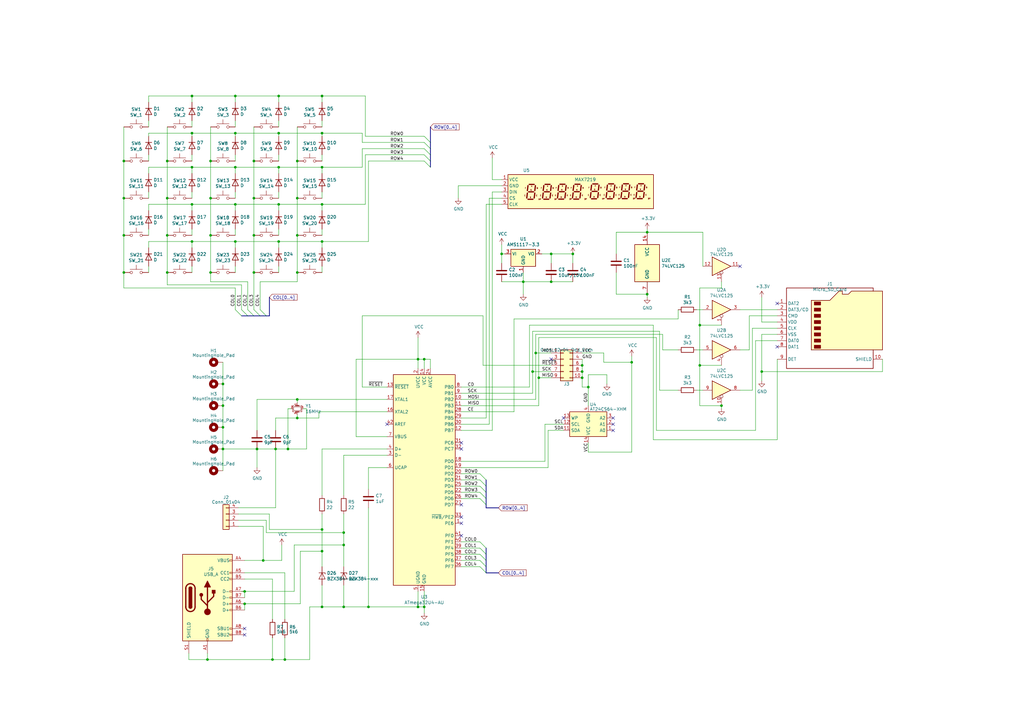
<source format=kicad_sch>
(kicad_sch (version 20230121) (generator eeschema)
  (paper "A3")
  (junction (at 114.3 83.82))
  (junction (at 114.3 39.37))
  (junction (at 50.8 66.04))
  (junction (at 96.52 83.82))
  (junction (at 171.45 147.32))
  (junction (at 86.36 81.28))
  (junction (at 238.76 154.94))
  (junction (at 114.3 54.61))
  (junction (at 50.8 96.52))
  (junction (at 132.08 68.58))
  (junction (at 238.76 152.4))
  (junction (at 173.99 248.92))
  (junction (at 121.92 96.52))
  (junction (at 86.36 111.76))
  (junction (at 132.08 99.06))
  (junction (at 111.76 270.51))
  (junction (at 220.98 154.94))
  (junction (at 105.41 184.15))
  (junction (at 287.02 133.35))
  (junction (at 226.06 115.57))
  (junction (at 104.14 66.04))
  (junction (at 91.44 166.37))
  (junction (at 121.92 163.83))
  (junction (at 173.99 147.32))
  (junction (at 91.44 157.48))
  (junction (at 78.74 68.58))
  (junction (at 121.92 171.45))
  (junction (at 241.3 158.75))
  (junction (at 265.43 120.65))
  (junction (at 78.74 39.37))
  (junction (at 140.97 218.44))
  (junction (at 50.8 111.76))
  (junction (at 259.08 148.59))
  (junction (at 104.14 96.52))
  (junction (at 104.14 81.28))
  (junction (at 140.97 248.92))
  (junction (at 226.06 104.14))
  (junction (at 96.52 99.06))
  (junction (at 116.84 270.51))
  (junction (at 132.08 39.37))
  (junction (at 219.71 144.78))
  (junction (at 50.8 81.28))
  (junction (at 151.13 248.92))
  (junction (at 265.43 95.25))
  (junction (at 132.08 226.06))
  (junction (at 121.92 81.28))
  (junction (at 132.08 83.82))
  (junction (at 85.09 270.51))
  (junction (at 78.74 83.82))
  (junction (at 68.58 81.28))
  (junction (at 100.33 242.57))
  (junction (at 238.76 149.86))
  (junction (at 96.52 68.58))
  (junction (at 107.95 229.87))
  (junction (at 78.74 54.61))
  (junction (at 68.58 96.52))
  (junction (at 113.03 184.15))
  (junction (at 68.58 66.04))
  (junction (at 205.74 104.14))
  (junction (at 104.14 111.76))
  (junction (at 100.33 247.65))
  (junction (at 96.52 54.61))
  (junction (at 86.36 96.52))
  (junction (at 114.3 68.58))
  (junction (at 68.58 111.76))
  (junction (at 312.42 152.4))
  (junction (at 132.08 217.17))
  (junction (at 96.52 39.37))
  (junction (at 121.92 111.76))
  (junction (at 118.11 184.15))
  (junction (at 86.36 66.04))
  (junction (at 114.3 99.06))
  (junction (at 140.97 223.52))
  (junction (at 234.95 104.14))
  (junction (at 132.08 248.92))
  (junction (at 287.02 149.86))
  (junction (at 121.92 66.04))
  (junction (at 295.91 166.37))
  (junction (at 78.74 99.06))
  (junction (at 91.44 175.26))
  (junction (at 171.45 248.92))
  (junction (at 218.44 152.4))
  (junction (at 214.63 115.57))
  (junction (at 91.44 184.15))
  (junction (at 132.08 54.61))
  (no_connect (at 303.53 109.22))
  (no_connect (at 251.46 176.53))
  (no_connect (at 251.46 171.45))
  (no_connect (at 318.77 124.46))
  (no_connect (at 189.23 214.63))
  (no_connect (at 251.46 173.99))
  (no_connect (at 100.33 260.35))
  (no_connect (at 158.75 173.99))
  (no_connect (at 100.33 257.81))
  (no_connect (at 226.06 147.32))
  (no_connect (at 189.23 207.01))
  (no_connect (at 318.77 142.24))
  (no_connect (at 231.14 171.45))
  (no_connect (at 189.23 212.09))
  (no_connect (at 189.23 219.71))
  (no_connect (at 189.23 181.61))
  (no_connect (at 189.23 184.15))
  (bus_entry (at 99.06 127) (size 2.54 2.54))
  (bus_entry (at 104.14 127) (size 2.54 2.54))
  (bus_entry (at 173.99 55.88) (size 2.54 2.54))
  (bus_entry (at 173.99 60.96) (size 2.54 2.54))
  (bus_entry (at 196.85 229.87) (size 2.54 2.54))
  (bus_entry (at 106.68 127) (size 2.54 2.54))
  (bus_entry (at 196.85 199.39) (size 2.54 2.54))
  (bus_entry (at 196.85 224.79) (size 2.54 2.54))
  (bus_entry (at 196.85 196.85) (size 2.54 2.54))
  (bus_entry (at 196.85 222.25) (size 2.54 2.54))
  (bus_entry (at 173.99 58.42) (size 2.54 2.54))
  (bus_entry (at 173.99 63.5) (size 2.54 2.54))
  (bus_entry (at 196.85 227.33) (size 2.54 2.54))
  (bus_entry (at 196.85 232.41) (size 2.54 2.54))
  (bus_entry (at 196.85 201.93) (size 2.54 2.54))
  (bus_entry (at 101.6 127) (size 2.54 2.54))
  (bus_entry (at 196.85 194.31) (size 2.54 2.54))
  (bus_entry (at 96.52 127) (size 2.54 2.54))
  (bus_entry (at 173.99 66.04) (size 2.54 2.54))
  (bus_entry (at 196.85 204.47) (size 2.54 2.54))
  (wire (pts (xy 123.19 247.65) (xy 100.33 247.65)))
  (wire (pts (xy 247.65 144.78) (xy 238.76 144.78)))
  (wire (pts (xy 171.45 147.32) (xy 171.45 151.13)))
  (wire (pts (xy 219.71 137.16) (xy 271.78 137.16)))
  (wire (pts (xy 241.3 153.67) (xy 241.3 158.75)))
  (wire (pts (xy 214.63 115.57) (xy 226.06 115.57)))
  (wire (pts (xy 114.3 111.76) (xy 114.3 109.22)))
  (wire (pts (xy 114.3 96.52) (xy 114.3 93.98)))
  (bus (pts (xy 104.14 129.54) (xy 106.68 129.54)))
  (wire (pts (xy 173.99 242.57) (xy 173.99 248.92)))
  (wire (pts (xy 99.06 242.57) (xy 100.33 242.57)))
  (wire (pts (xy 116.84 270.51) (xy 127 270.51)))
  (wire (pts (xy 104.14 81.28) (xy 104.14 96.52)))
  (wire (pts (xy 114.3 39.37) (xy 132.08 39.37)))
  (wire (pts (xy 109.22 213.36) (xy 109.22 218.44)))
  (wire (pts (xy 189.23 163.83) (xy 219.71 163.83)))
  (wire (pts (xy 105.41 163.83) (xy 105.41 176.53)))
  (bus (pts (xy 101.6 129.54) (xy 104.14 129.54)))
  (wire (pts (xy 308.61 134.62) (xy 318.77 134.62)))
  (wire (pts (xy 140.97 218.44) (xy 140.97 210.82)))
  (wire (pts (xy 238.76 154.94) (xy 238.76 158.75)))
  (wire (pts (xy 114.3 101.6) (xy 114.3 99.06)))
  (wire (pts (xy 287.02 166.37) (xy 287.02 149.86)))
  (wire (pts (xy 78.74 99.06) (xy 78.74 101.6)))
  (wire (pts (xy 189.23 191.77) (xy 224.79 191.77)))
  (bus (pts (xy 199.39 199.39) (xy 199.39 201.93)))
  (wire (pts (xy 201.93 176.53) (xy 189.23 176.53)))
  (wire (pts (xy 189.23 196.85) (xy 196.85 196.85)))
  (wire (pts (xy 78.74 68.58) (xy 96.52 68.58)))
  (wire (pts (xy 96.52 41.91) (xy 96.52 39.37)))
  (wire (pts (xy 132.08 66.04) (xy 132.08 63.5)))
  (wire (pts (xy 132.08 68.58) (xy 148.59 68.58)))
  (wire (pts (xy 308.61 160.02) (xy 308.61 134.62)))
  (wire (pts (xy 114.3 55.88) (xy 114.3 54.61)))
  (wire (pts (xy 140.97 248.92) (xy 151.13 248.92)))
  (wire (pts (xy 312.42 152.4) (xy 312.42 156.21)))
  (wire (pts (xy 252.73 104.14) (xy 252.73 95.25)))
  (wire (pts (xy 50.8 111.76) (xy 50.8 118.11)))
  (wire (pts (xy 218.44 135.89) (xy 270.51 135.89)))
  (wire (pts (xy 149.86 55.88) (xy 173.99 55.88)))
  (wire (pts (xy 140.97 186.69) (xy 140.97 203.2)))
  (wire (pts (xy 132.08 71.12) (xy 132.08 68.58)))
  (wire (pts (xy 60.96 78.74) (xy 60.96 81.28)))
  (wire (pts (xy 267.97 133.35) (xy 217.17 133.35)))
  (wire (pts (xy 50.8 96.52) (xy 50.8 111.76)))
  (wire (pts (xy 269.24 176.53) (xy 269.24 138.43)))
  (wire (pts (xy 114.3 86.36) (xy 114.3 83.82)))
  (wire (pts (xy 252.73 95.25) (xy 265.43 95.25)))
  (wire (pts (xy 60.96 68.58) (xy 78.74 68.58)))
  (wire (pts (xy 269.24 176.53) (xy 309.88 176.53)))
  (wire (pts (xy 132.08 86.36) (xy 132.08 83.82)))
  (wire (pts (xy 223.52 173.99) (xy 231.14 173.99)))
  (wire (pts (xy 201.93 78.74) (xy 201.93 176.53)))
  (wire (pts (xy 123.19 226.06) (xy 123.19 247.65)))
  (wire (pts (xy 140.97 223.52) (xy 140.97 218.44)))
  (wire (pts (xy 295.91 166.37) (xy 287.02 166.37)))
  (wire (pts (xy 114.3 68.58) (xy 132.08 68.58)))
  (wire (pts (xy 171.45 242.57) (xy 171.45 248.92)))
  (bus (pts (xy 199.39 204.47) (xy 199.39 207.01)))
  (wire (pts (xy 96.52 86.36) (xy 96.52 83.82)))
  (wire (pts (xy 220.98 138.43) (xy 220.98 154.94)))
  (wire (pts (xy 205.74 104.14) (xy 205.74 100.33)))
  (wire (pts (xy 158.75 184.15) (xy 132.08 184.15)))
  (wire (pts (xy 120.65 223.52) (xy 120.65 242.57)))
  (wire (pts (xy 200.66 173.99) (xy 189.23 173.99)))
  (wire (pts (xy 173.99 151.13) (xy 173.99 147.32)))
  (wire (pts (xy 224.79 176.53) (xy 224.79 191.77)))
  (wire (pts (xy 303.53 160.02) (xy 308.61 160.02)))
  (wire (pts (xy 265.43 95.25) (xy 265.43 93.98)))
  (wire (pts (xy 101.6 115.57) (xy 101.6 127)))
  (wire (pts (xy 132.08 240.03) (xy 132.08 248.92)))
  (wire (pts (xy 91.44 184.15) (xy 91.44 193.04)))
  (wire (pts (xy 295.91 115.57) (xy 295.91 118.11)))
  (wire (pts (xy 267.97 180.34) (xy 267.97 133.35)))
  (wire (pts (xy 214.63 111.76) (xy 214.63 115.57)))
  (wire (pts (xy 60.96 96.52) (xy 60.96 93.98)))
  (wire (pts (xy 85.09 270.51) (xy 77.47 270.51)))
  (wire (pts (xy 132.08 111.76) (xy 132.08 109.22)))
  (wire (pts (xy 85.09 270.51) (xy 111.76 270.51)))
  (wire (pts (xy 220.98 154.94) (xy 220.98 166.37)))
  (wire (pts (xy 132.08 39.37) (xy 149.86 39.37)))
  (wire (pts (xy 50.8 118.11) (xy 96.52 118.11)))
  (wire (pts (xy 96.52 99.06) (xy 78.74 99.06)))
  (wire (pts (xy 200.66 81.28) (xy 200.66 173.99)))
  (wire (pts (xy 132.08 248.92) (xy 140.97 248.92)))
  (wire (pts (xy 217.17 158.75) (xy 189.23 158.75)))
  (wire (pts (xy 121.92 111.76) (xy 121.92 115.57)))
  (wire (pts (xy 307.34 129.54) (xy 318.77 129.54)))
  (wire (pts (xy 309.88 139.7) (xy 318.77 139.7)))
  (wire (pts (xy 220.98 154.94) (xy 226.06 154.94)))
  (wire (pts (xy 287.02 149.86) (xy 287.02 133.35)))
  (wire (pts (xy 60.96 41.91) (xy 60.96 39.37)))
  (wire (pts (xy 241.3 181.61) (xy 241.3 185.42)))
  (wire (pts (xy 91.44 166.37) (xy 91.44 175.26)))
  (wire (pts (xy 86.36 111.76) (xy 86.36 115.57)))
  (wire (pts (xy 198.12 149.86) (xy 198.12 129.54)))
  (wire (pts (xy 130.81 168.91) (xy 158.75 168.91)))
  (wire (pts (xy 60.96 111.76) (xy 60.96 109.22)))
  (wire (pts (xy 132.08 101.6) (xy 132.08 99.06)))
  (wire (pts (xy 78.74 41.91) (xy 78.74 39.37)))
  (wire (pts (xy 68.58 81.28) (xy 68.58 96.52)))
  (wire (pts (xy 148.59 158.75) (xy 158.75 158.75)))
  (wire (pts (xy 287.02 133.35) (xy 295.91 133.35)))
  (wire (pts (xy 114.3 54.61) (xy 132.08 54.61)))
  (wire (pts (xy 148.59 68.58) (xy 148.59 60.96)))
  (wire (pts (xy 187.96 76.2) (xy 187.96 81.28)))
  (wire (pts (xy 60.96 66.04) (xy 60.96 63.5)))
  (bus (pts (xy 199.39 232.41) (xy 199.39 234.95)))
  (wire (pts (xy 97.79 210.82) (xy 110.49 210.82)))
  (wire (pts (xy 104.14 111.76) (xy 104.14 127)))
  (wire (pts (xy 287.02 149.86) (xy 295.91 149.86)))
  (bus (pts (xy 110.49 121.92) (xy 110.49 129.54)))
  (wire (pts (xy 219.71 144.78) (xy 226.06 144.78)))
  (wire (pts (xy 171.45 248.92) (xy 173.99 248.92)))
  (wire (pts (xy 85.09 270.51) (xy 85.09 267.97)))
  (wire (pts (xy 116.84 234.95) (xy 116.84 254)))
  (wire (pts (xy 113.03 171.45) (xy 121.92 171.45)))
  (wire (pts (xy 173.99 147.32) (xy 171.45 147.32)))
  (wire (pts (xy 109.22 218.44) (xy 140.97 218.44)))
  (wire (pts (xy 96.52 55.88) (xy 96.52 54.61)))
  (wire (pts (xy 114.3 81.28) (xy 114.3 78.74)))
  (wire (pts (xy 148.59 58.42) (xy 173.99 58.42)))
  (wire (pts (xy 189.23 161.29) (xy 218.44 161.29)))
  (wire (pts (xy 132.08 52.07) (xy 132.08 49.53)))
  (wire (pts (xy 96.52 54.61) (xy 114.3 54.61)))
  (wire (pts (xy 148.59 60.96) (xy 173.99 60.96)))
  (wire (pts (xy 107.95 215.9) (xy 97.79 215.9)))
  (wire (pts (xy 113.03 171.45) (xy 113.03 176.53)))
  (wire (pts (xy 78.74 111.76) (xy 78.74 109.22)))
  (bus (pts (xy 199.39 234.95) (xy 204.47 234.95)))
  (wire (pts (xy 86.36 115.57) (xy 101.6 115.57)))
  (wire (pts (xy 189.23 227.33) (xy 196.85 227.33)))
  (wire (pts (xy 259.08 148.59) (xy 247.65 148.59)))
  (wire (pts (xy 114.3 41.91) (xy 114.3 39.37)))
  (wire (pts (xy 120.65 223.52) (xy 140.97 223.52)))
  (wire (pts (xy 121.92 115.57) (xy 106.68 115.57)))
  (wire (pts (xy 96.52 118.11) (xy 96.52 127)))
  (wire (pts (xy 278.13 160.02) (xy 270.51 160.02)))
  (wire (pts (xy 132.08 226.06) (xy 123.19 226.06)))
  (wire (pts (xy 146.05 147.32) (xy 171.45 147.32)))
  (bus (pts (xy 199.39 224.79) (xy 199.39 227.33)))
  (wire (pts (xy 77.47 270.51) (xy 77.47 267.97)))
  (wire (pts (xy 241.3 185.42) (xy 259.08 185.42)))
  (wire (pts (xy 158.75 179.07) (xy 146.05 179.07)))
  (wire (pts (xy 113.03 208.28) (xy 113.03 184.15)))
  (wire (pts (xy 100.33 237.49) (xy 111.76 237.49)))
  (wire (pts (xy 96.52 111.76) (xy 96.52 109.22)))
  (wire (pts (xy 132.08 184.15) (xy 132.08 203.2)))
  (wire (pts (xy 278.13 127) (xy 278.13 130.81)))
  (wire (pts (xy 205.74 73.66) (xy 201.93 73.66)))
  (wire (pts (xy 68.58 96.52) (xy 68.58 111.76)))
  (wire (pts (xy 78.74 71.12) (xy 78.74 68.58)))
  (wire (pts (xy 146.05 179.07) (xy 146.05 147.32)))
  (wire (pts (xy 189.23 189.23) (xy 223.52 189.23)))
  (wire (pts (xy 361.95 147.32) (xy 361.95 152.4)))
  (wire (pts (xy 265.43 95.25) (xy 288.29 95.25)))
  (wire (pts (xy 60.96 55.88) (xy 60.96 54.61)))
  (wire (pts (xy 205.74 81.28) (xy 200.66 81.28)))
  (bus (pts (xy 99.06 129.54) (xy 101.6 129.54)))
  (wire (pts (xy 285.75 127) (xy 288.29 127)))
  (bus (pts (xy 199.39 229.87) (xy 199.39 232.41)))
  (wire (pts (xy 127 248.92) (xy 127 270.51)))
  (bus (pts (xy 199.39 201.93) (xy 199.39 204.47)))
  (wire (pts (xy 104.14 96.52) (xy 104.14 111.76)))
  (wire (pts (xy 91.44 148.59) (xy 91.44 157.48)))
  (wire (pts (xy 226.06 104.14) (xy 226.06 107.95)))
  (wire (pts (xy 96.52 39.37) (xy 114.3 39.37)))
  (wire (pts (xy 105.41 184.15) (xy 105.41 191.77)))
  (wire (pts (xy 68.58 66.04) (xy 68.58 81.28)))
  (wire (pts (xy 107.95 229.87) (xy 107.95 215.9)))
  (wire (pts (xy 176.53 151.13) (xy 176.53 147.32)))
  (wire (pts (xy 96.52 83.82) (xy 114.3 83.82)))
  (wire (pts (xy 50.8 81.28) (xy 50.8 96.52)))
  (wire (pts (xy 50.8 66.04) (xy 50.8 81.28)))
  (wire (pts (xy 60.96 86.36) (xy 60.96 83.82)))
  (wire (pts (xy 86.36 52.07) (xy 86.36 66.04)))
  (bus (pts (xy 199.39 196.85) (xy 199.39 199.39)))
  (wire (pts (xy 86.36 81.28) (xy 86.36 96.52)))
  (wire (pts (xy 214.63 115.57) (xy 214.63 120.65)))
  (wire (pts (xy 121.92 163.83) (xy 121.92 165.1)))
  (wire (pts (xy 132.08 55.88) (xy 132.08 54.61)))
  (wire (pts (xy 111.76 270.51) (xy 116.84 270.51)))
  (wire (pts (xy 121.92 81.28) (xy 121.92 96.52)))
  (wire (pts (xy 132.08 83.82) (xy 149.86 83.82)))
  (wire (pts (xy 110.49 217.17) (xy 132.08 217.17)))
  (wire (pts (xy 259.08 185.42) (xy 259.08 148.59)))
  (wire (pts (xy 303.53 143.51) (xy 307.34 143.51)))
  (wire (pts (xy 318.77 137.16) (xy 312.42 137.16)))
  (wire (pts (xy 114.3 83.82) (xy 132.08 83.82)))
  (wire (pts (xy 189.23 232.41) (xy 196.85 232.41)))
  (wire (pts (xy 105.41 184.15) (xy 113.03 184.15)))
  (wire (pts (xy 114.3 52.07) (xy 114.3 49.53)))
  (wire (pts (xy 104.14 66.04) (xy 104.14 81.28)))
  (wire (pts (xy 312.42 132.08) (xy 312.42 121.92)))
  (wire (pts (xy 110.49 210.82) (xy 110.49 217.17)))
  (bus (pts (xy 199.39 227.33) (xy 199.39 229.87)))
  (wire (pts (xy 132.08 232.41) (xy 132.08 226.06)))
  (wire (pts (xy 132.08 96.52) (xy 132.08 93.98)))
  (wire (pts (xy 189.23 204.47) (xy 196.85 204.47)))
  (wire (pts (xy 189.23 168.91) (xy 210.82 168.91)))
  (wire (pts (xy 199.39 83.82) (xy 199.39 171.45)))
  (wire (pts (xy 78.74 96.52) (xy 78.74 93.98)))
  (wire (pts (xy 100.33 229.87) (xy 107.95 229.87)))
  (wire (pts (xy 307.34 143.51) (xy 307.34 129.54)))
  (wire (pts (xy 252.73 111.76) (xy 252.73 120.65)))
  (wire (pts (xy 158.75 186.69) (xy 140.97 186.69)))
  (wire (pts (xy 158.75 191.77) (xy 151.13 191.77)))
  (wire (pts (xy 78.74 54.61) (xy 96.52 54.61)))
  (wire (pts (xy 100.33 234.95) (xy 116.84 234.95)))
  (wire (pts (xy 210.82 130.81) (xy 210.82 168.91)))
  (wire (pts (xy 96.52 71.12) (xy 96.52 68.58)))
  (wire (pts (xy 60.96 99.06) (xy 60.96 101.6)))
  (wire (pts (xy 114.3 71.12) (xy 114.3 68.58)))
  (wire (pts (xy 218.44 152.4) (xy 218.44 161.29)))
  (wire (pts (xy 149.86 39.37) (xy 149.86 55.88)))
  (wire (pts (xy 205.74 78.74) (xy 201.93 78.74)))
  (wire (pts (xy 104.14 52.07) (xy 104.14 66.04)))
  (wire (pts (xy 140.97 240.03) (xy 140.97 248.92)))
  (wire (pts (xy 105.41 163.83) (xy 121.92 163.83)))
  (wire (pts (xy 68.58 52.07) (xy 68.58 66.04)))
  (wire (pts (xy 217.17 133.35) (xy 217.17 158.75)))
  (wire (pts (xy 114.3 99.06) (xy 132.08 99.06)))
  (wire (pts (xy 132.08 39.37) (xy 132.08 41.91)))
  (wire (pts (xy 132.08 81.28) (xy 132.08 78.74)))
  (wire (pts (xy 86.36 66.04) (xy 86.36 81.28)))
  (wire (pts (xy 312.42 137.16) (xy 312.42 152.4)))
  (wire (pts (xy 223.52 189.23) (xy 223.52 173.99)))
  (wire (pts (xy 219.71 137.16) (xy 219.71 144.78)))
  (wire (pts (xy 226.06 149.86) (xy 198.12 149.86)))
  (wire (pts (xy 189.23 166.37) (xy 220.98 166.37)))
  (wire (pts (xy 96.52 52.07) (xy 96.52 49.53)))
  (wire (pts (xy 60.96 54.61) (xy 78.74 54.61)))
  (wire (pts (xy 107.95 229.87) (xy 115.57 229.87)))
  (wire (pts (xy 247.65 148.59) (xy 247.65 144.78)))
  (bus (pts (xy 176.53 66.04) (xy 176.53 68.58)))
  (wire (pts (xy 132.08 210.82) (xy 132.08 217.17)))
  (bus (pts (xy 176.53 63.5) (xy 176.53 66.04)))
  (wire (pts (xy 151.13 208.28) (xy 151.13 248.92)))
  (wire (pts (xy 96.52 96.52) (xy 96.52 93.98)))
  (wire (pts (xy 130.81 168.91) (xy 130.81 171.45)))
  (wire (pts (xy 78.74 86.36) (xy 78.74 83.82)))
  (wire (pts (xy 78.74 81.28) (xy 78.74 78.74)))
  (wire (pts (xy 222.25 104.14) (xy 226.06 104.14)))
  (wire (pts (xy 111.76 237.49) (xy 111.76 254)))
  (wire (pts (xy 125.73 167.64) (xy 124.46 167.64)))
  (wire (pts (xy 96.52 99.06) (xy 96.52 101.6)))
  (wire (pts (xy 97.79 213.36) (xy 109.22 213.36)))
  (wire (pts (xy 226.06 115.57) (xy 234.95 115.57)))
  (wire (pts (xy 115.57 229.87) (xy 115.57 223.52)))
  (wire (pts (xy 96.52 81.28) (xy 96.52 78.74)))
  (wire (pts (xy 132.08 54.61) (xy 148.59 54.61)))
  (wire (pts (xy 148.59 54.61) (xy 148.59 58.42)))
  (wire (pts (xy 309.88 176.53) (xy 309.88 139.7)))
  (wire (pts (xy 271.78 143.51) (xy 278.13 143.51)))
  (wire (pts (xy 220.98 138.43) (xy 269.24 138.43)))
  (wire (pts (xy 149.86 63.5) (xy 173.99 63.5)))
  (wire (pts (xy 149.86 83.82) (xy 149.86 63.5)))
  (wire (pts (xy 238.76 149.86) (xy 238.76 152.4)))
  (wire (pts (xy 189.23 199.39) (xy 196.85 199.39)))
  (wire (pts (xy 132.08 99.06) (xy 151.13 99.06)))
  (wire (pts (xy 219.71 144.78) (xy 219.71 163.83)))
  (wire (pts (xy 318.77 180.34) (xy 267.97 180.34)))
  (bus (pts (xy 176.53 52.07) (xy 176.53 58.42)))
  (wire (pts (xy 50.8 52.07) (xy 50.8 66.04)))
  (wire (pts (xy 207.01 104.14) (xy 205.74 104.14)))
  (wire (pts (xy 127 248.92) (xy 132.08 248.92)))
  (wire (pts (xy 121.92 163.83) (xy 158.75 163.83)))
  (wire (pts (xy 100.33 242.57) (xy 100.33 245.11)))
  (bus (pts (xy 106.68 129.54) (xy 109.22 129.54)))
  (wire (pts (xy 234.95 104.14) (xy 234.95 107.95)))
  (wire (pts (xy 60.96 68.58) (xy 60.96 71.12)))
  (wire (pts (xy 151.13 99.06) (xy 151.13 66.04)))
  (wire (pts (xy 318.77 147.32) (xy 318.77 180.34)))
  (wire (pts (xy 318.77 132.08) (xy 312.42 132.08)))
  (wire (pts (xy 140.97 223.52) (xy 140.97 232.41)))
  (bus (pts (xy 176.53 58.42) (xy 176.53 60.96)))
  (wire (pts (xy 265.43 120.65) (xy 265.43 121.92)))
  (wire (pts (xy 189.23 194.31) (xy 196.85 194.31)))
  (bus (pts (xy 109.22 129.54) (xy 110.49 129.54)))
  (wire (pts (xy 118.11 167.64) (xy 118.11 184.15)))
  (wire (pts (xy 100.33 242.57) (xy 120.65 242.57)))
  (wire (pts (xy 288.29 160.02) (xy 285.75 160.02)))
  (wire (pts (xy 125.73 167.64) (xy 125.73 184.15)))
  (wire (pts (xy 68.58 116.84) (xy 99.06 116.84)))
  (wire (pts (xy 114.3 99.06) (xy 96.52 99.06)))
  (bus (pts (xy 176.53 60.96) (xy 176.53 63.5)))
  (wire (pts (xy 78.74 39.37) (xy 96.52 39.37)))
  (wire (pts (xy 60.96 83.82) (xy 78.74 83.82)))
  (wire (pts (xy 270.51 160.02) (xy 270.51 135.89)))
  (wire (pts (xy 130.81 171.45) (xy 121.92 171.45)))
  (wire (pts (xy 121.92 52.07) (xy 121.92 66.04)))
  (wire (pts (xy 361.95 152.4) (xy 312.42 152.4)))
  (wire (pts (xy 295.91 118.11) (xy 287.02 118.11)))
  (wire (pts (xy 121.92 170.18) (xy 121.92 171.45)))
  (wire (pts (xy 238.76 147.32) (xy 238.76 149.86)))
  (wire (pts (xy 148.59 129.54) (xy 198.12 129.54)))
  (wire (pts (xy 99.06 116.84) (xy 99.06 127)))
  (bus (pts (xy 199.39 207.01) (xy 199.39 208.28)))
  (wire (pts (xy 248.92 153.67) (xy 248.92 157.48)))
  (wire (pts (xy 91.44 175.26) (xy 91.44 184.15)))
  (wire (pts (xy 78.74 83.82) (xy 96.52 83.82)))
  (wire (pts (xy 288.29 109.22) (xy 288.29 95.25)))
  (wire (pts (xy 287.02 118.11) (xy 287.02 133.35)))
  (wire (pts (xy 173.99 248.92) (xy 173.99 251.46)))
  (wire (pts (xy 114.3 66.04) (xy 114.3 63.5)))
  (wire (pts (xy 121.92 66.04) (xy 121.92 81.28)))
  (wire (pts (xy 199.39 171.45) (xy 189.23 171.45)))
  (wire (pts (xy 238.76 158.75) (xy 241.3 158.75)))
  (wire (pts (xy 189.23 222.25) (xy 196.85 222.25)))
  (wire (pts (xy 201.93 64.77) (xy 201.93 73.66)))
  (wire (pts (xy 86.36 96.52) (xy 86.36 111.76)))
  (wire (pts (xy 238.76 152.4) (xy 238.76 154.94)))
  (wire (pts (xy 96.52 66.04) (xy 96.52 63.5)))
  (wire (pts (xy 118.11 184.15) (xy 113.03 184.15)))
  (wire (pts (xy 226.06 104.14) (xy 234.95 104.14)))
  (wire (pts (xy 295.91 166.37) (xy 295.91 167.64)))
  (wire (pts (xy 125.73 184.15) (xy 118.11 184.15)))
  (wire (pts (xy 119.38 167.64) (xy 118.11 167.64)))
  (wire (pts (xy 151.13 191.77) (xy 151.13 200.66)))
  (wire (pts (xy 252.73 120.65) (xy 265.43 120.65)))
  (wire (pts (xy 224.79 176.53) (xy 231.14 176.53)))
  (wire (pts (xy 205.74 76.2) (xy 187.96 76.2)))
  (wire (pts (xy 176.53 147.32) (xy 173.99 147.32)))
  (wire (pts (xy 100.33 247.65) (xy 100.33 250.19)))
  (wire (pts (xy 205.74 104.14) (xy 205.74 107.95)))
  (wire (pts (xy 111.76 261.62) (xy 111.76 270.51)))
  (wire (pts (xy 151.13 248.92) (xy 171.45 248.92)))
  (wire (pts (xy 241.3 153.67) (xy 248.92 153.67)))
  (wire (pts (xy 78.74 55.88) (xy 78.74 54.61)))
  (wire (pts (xy 78.74 52.07) (xy 78.74 49.53)))
  (wire (pts (xy 121.92 96.52) (xy 121.92 111.76)))
  (wire (pts (xy 189.23 224.79) (xy 196.85 224.79)))
  (wire (pts (xy 218.44 152.4) (xy 226.06 152.4)))
  (wire (pts (xy 218.44 135.89) (xy 218.44 152.4)))
  (wire (pts (xy 151.13 66.04) (xy 173.99 66.04)))
  (wire (pts (xy 278.13 130.81) (xy 210.82 130.81)))
  (wire (pts (xy 106.68 115.57) (xy 106.68 127)))
  (wire (pts (xy 91.44 157.48) (xy 91.44 166.37)))
  (wire (pts (xy 241.3 158.75) (xy 241.3 166.37)))
  (wire (pts (xy 96.52 68.58) (xy 114.3 68.58)))
  (wire (pts (xy 189.23 229.87) (xy 196.85 229.87)))
  (wire (pts (xy 171.45 138.43) (xy 171.45 147.32)))
  (wire (pts (xy 91.44 184.15) (xy 105.41 184.15)))
  (wire (pts (xy 303.53 127) (xy 318.77 127)))
  (wire (pts (xy 60.96 52.07) (xy 60.96 49.53)))
  (wire (pts (xy 97.79 208.28) (xy 113.03 208.28)))
  (wire (pts (xy 259.08 148.59) (xy 259.08 146.05)))
  (wire (pts (xy 132.08 217.17) (xy 132.08 226.06)))
  (wire (pts (xy 205.74 83.82) (xy 199.39 83.82)))
  (wire (pts (xy 68.58 111.76) (xy 68.58 116.84)))
  (wire (pts (xy 271.78 137.16) (xy 271.78 143.51)))
  (bus (pts (xy 199.39 208.28) (xy 204.47 208.28)))
  (wire (pts (xy 148.59 158.75) (xy 148.59 129.54)))
  (wire (pts (xy 205.74 115.57) (xy 214.63 115.57)))
  (wire (pts (xy 189.23 201.93) (xy 196.85 201.93)))
  (wire (pts (xy 78.74 66.04) (xy 78.74 63.5)))
  (wire (pts (xy 60.96 39.37) (xy 78.74 39.37)))
  (wire (pts (xy 116.84 261.62) (xy 116.84 270.51)))
  (wire (pts (xy 78.74 99.06) (xy 60.96 99.06)))
  (wire (pts (xy 285.75 143.51) (xy 288.29 143.51)))
  (label "MOSI" (at 191.77 163.83 0))
  (label "COL4" (at 190.5 232.41 0))
  (label "~{RESET}" (at 151.13 158.75 0))
  (label "COL1" (at 99.06 125.73 90))
  (label "CD" (at 191.77 158.75 0))
  (label "VCC" (at 241.3 185.42 90))
  (label "SCL" (at 227.33 173.99 0))
  (label "VCC" (at 238.76 144.78 0))
  (label "SDA" (at 227.33 176.53 0))
  (label "ROW3" (at 190.5 201.93 0))
  (label "ROW1" (at 160.02 58.42 0))
  (label "GND" (at 238.76 147.32 0))
  (label "COL4" (at 106.68 125.73 90))
  (label "COL0" (at 190.5 222.25 0))
  (label "COL1" (at 190.5 224.79 0))
  (label "ROW2" (at 160.02 60.96 0))
  (label "MISO" (at 191.77 166.37 0))
  (label "COL2" (at 101.6 125.73 90))
  (label "ROW3" (at 160.02 63.5 0))
  (label "COL3" (at 104.14 125.73 90))
  (label "COL3" (at 190.5 229.87 0))
  (label "ROW0" (at 190.5 194.31 0))
  (label "MOSI" (at 222.25 144.78 0))
  (label "GND" (at 241.3 165.1 90))
  (label "ROW2" (at 190.5 199.39 0))
  (label "ROW1" (at 190.5 196.85 0))
  (label "COL0" (at 96.52 125.73 90))
  (label "SCK" (at 222.25 152.4 0))
  (label "ROW0" (at 160.02 55.88 0))
  (label "~{RESET}" (at 222.25 149.86 0))
  (label "COL2" (at 190.5 227.33 0))
  (label "SCK" (at 191.77 161.29 0))
  (label "CE" (at 191.77 168.91 0))
  (label "MISO" (at 222.25 154.94 0))
  (label "ROW4" (at 190.5 204.47 0))
  (label "ROW4" (at 160.02 66.04 0))
  (global_label "ROW[0..4]" (shape input) (at 176.53 52.07 0) (property "Intersheetrefs" "${INTERSHEET_REFS}" (effects hide)))
  (global_label "COL[0..4]" (shape input) (at 204.47 234.95 0) (property "Intersheetrefs" "${INTERSHEET_REFS}" (effects hide)))
  (global_label "COL[0..4]" (shape input) (at 110.49 121.92 0) (property "Intersheetrefs" "${INTERSHEET_REFS}" (effects hide)))
  (global_label "ROW[0..4]" (shape input) (at 204.47 208.28 0) (property "Intersheetrefs" "${INTERSHEET_REFS}" (effects hide)))
  (symbol (lib_id "Switch:SW_Push") (at 73.66 52.07 0) (unit 1)
    (property "Reference" "SW2" (at 73.66 44.831 0))
    (property "Value" "SW_2" (at 73.66 47.1424 0))
    (property "Footprint" "keyswitches:Kailh_socket_MX_optional_compatible" (effects hide))
  )
  (symbol (lib_id "Switch:SW_Push") (at 91.44 52.07 0) (unit 1)
    (property "Reference" "SW3" (at 91.44 44.831 0))
    (property "Value" "SW_3" (at 91.44 47.1424 0))
    (property "Footprint" "keyswitches:Kailh_socket_MX_optional_compatible" (effects hide))
  )
  (symbol (lib_id "Switch:SW_Push") (at 109.22 52.07 0) (unit 1)
    (property "Reference" "SW4" (at 109.22 44.831 0))
    (property "Value" "SW_4" (at 109.22 47.1424 0))
    (property "Footprint" "keyswitches:Kailh_socket_MX_optional_compatible" (effects hide))
  )
  (symbol (lib_id "Switch:SW_Push") (at 73.66 66.04 0) (unit 1)
    (property "Reference" "SW7" (at 73.66 58.801 0))
    (property "Value" "SW_7" (at 73.66 61.1124 0))
    (property "Footprint" "keyswitches:Kailh_socket_MX_optional_compatible" (effects hide))
  )
  (symbol (lib_id "Switch:SW_Push") (at 91.44 66.04 0) (unit 1)
    (property "Reference" "SW8" (at 91.44 58.801 0))
    (property "Value" "SW_8" (at 91.44 61.1124 0))
    (property "Footprint" "keyswitches:Kailh_socket_MX_optional_compatible" (effects hide))
  )
  (symbol (lib_id "Switch:SW_Push") (at 109.22 66.04 0) (unit 1)
    (property "Reference" "SW9" (at 109.22 58.801 0))
    (property "Value" "SW_9" (at 109.22 61.1124 0))
    (property "Footprint" "keyswitches:Kailh_socket_MX_optional_compatible" (effects hide))
  )
  (symbol (lib_id "Switch:SW_Push") (at 73.66 81.28 0) (unit 1)
    (property "Reference" "SW12" (at 73.66 74.041 0))
    (property "Value" "SW_12" (at 73.66 76.3524 0))
    (property "Footprint" "keyswitches:Kailh_socket_MX_optional_compatible" (effects hide))
  )
  (symbol (lib_id "Switch:SW_Push") (at 91.44 81.28 0) (unit 1)
    (property "Reference" "SW13" (at 91.44 74.041 0))
    (property "Value" "SW_13" (at 91.44 76.3524 0))
    (property "Footprint" "keyswitches:Kailh_socket_MX_optional_compatible" (effects hide))
  )
  (symbol (lib_id "Switch:SW_Push") (at 109.22 81.28 0) (unit 1)
    (property "Reference" "SW14" (at 109.22 74.041 0))
    (property "Value" "SW_14" (at 109.22 76.3524 0))
    (property "Footprint" "keyswitches:Kailh_socket_MX_optional_compatible" (effects hide))
  )
  (symbol (lib_id "Switch:SW_Push") (at 73.66 96.52 0) (unit 1)
    (property "Reference" "SW17" (at 73.66 89.281 0))
    (property "Value" "SW_17" (at 73.66 91.5924 0))
    (property "Footprint" "keyswitches:Kailh_socket_MX_optional_compatible" (effects hide))
  )
  (symbol (lib_id "Switch:SW_Push") (at 91.44 96.52 0) (unit 1)
    (property "Reference" "SW18" (at 91.44 89.281 0))
    (property "Value" "SW_18" (at 91.44 91.5924 0))
    (property "Footprint" "keyswitches:Kailh_socket_MX_optional_compatible" (effects hide))
  )
  (symbol (lib_id "Switch:SW_Push") (at 109.22 96.52 0) (unit 1)
    (property "Reference" "SW19" (at 109.22 89.281 0))
    (property "Value" "SW_19" (at 109.22 91.5924 0))
    (property "Footprint" "keyswitches:Kailh_socket_MX_optional_compatible" (effects hide))
  )
  (symbol (lib_id "Device:D") (at 114.3 45.72 270) (unit 1)
    (property "Reference" "D4" (at 116.3066 44.5516 90) (effects (justify left)))
    (property "Value" "D" (at 116.3066 46.863 90) (effects (justify left)))
    (property "Footprint" "Diode_SMD:D_0603_1608Metric" (effects hide))
  )
  (symbol (lib_id "Device:D") (at 96.52 45.72 270) (unit 1)
    (property "Reference" "D3" (at 98.5266 44.5516 90) (effects (justify left)))
    (property "Value" "D" (at 98.5266 46.863 90) (effects (justify left)))
    (property "Footprint" "Diode_SMD:D_0603_1608Metric" (effects hide))
  )
  (symbol (lib_id "Device:D") (at 78.74 45.72 270) (unit 1)
    (property "Reference" "D2" (at 80.7466 44.5516 90) (effects (justify left)))
    (property "Value" "D" (at 80.7466 46.863 90) (effects (justify left)))
    (property "Footprint" "Diode_SMD:D_0603_1608Metric" (effects hide))
  )
  (symbol (lib_id "Device:D") (at 78.74 59.69 270) (unit 1)
    (property "Reference" "D7" (at 80.7466 58.5216 90) (effects (justify left)))
    (property "Value" "D" (at 80.7466 60.833 90) (effects (justify left)))
    (property "Footprint" "Diode_SMD:D_0603_1608Metric" (effects hide))
  )
  (symbol (lib_id "Device:D") (at 114.3 59.69 270) (unit 1)
    (property "Reference" "D9" (at 116.3066 58.5216 90) (effects (justify left)))
    (property "Value" "D" (at 116.3066 60.833 90) (effects (justify left)))
    (property "Footprint" "Diode_SMD:D_0603_1608Metric" (effects hide))
  )
  (symbol (lib_id "Device:D") (at 96.52 59.69 270) (unit 1)
    (property "Reference" "D8" (at 98.5266 58.5216 90) (effects (justify left)))
    (property "Value" "D" (at 98.5266 60.833 90) (effects (justify left)))
    (property "Footprint" "Diode_SMD:D_0603_1608Metric" (effects hide))
  )
  (symbol (lib_id "Device:D") (at 78.74 74.93 270) (unit 1)
    (property "Reference" "D12" (at 80.7466 73.7616 90) (effects (justify left)))
    (property "Value" "D" (at 80.7466 76.073 90) (effects (justify left)))
    (property "Footprint" "Diode_SMD:D_0603_1608Metric" (effects hide))
  )
  (symbol (lib_id "Device:D") (at 96.52 74.93 270) (unit 1)
    (property "Reference" "D13" (at 98.5266 73.7616 90) (effects (justify left)))
    (property "Value" "D" (at 98.5266 76.073 90) (effects (justify left)))
    (property "Footprint" "Diode_SMD:D_0603_1608Metric" (effects hide))
  )
  (symbol (lib_id "Device:D") (at 114.3 74.93 270) (unit 1)
    (property "Reference" "D14" (at 116.3066 73.7616 90) (effects (justify left)))
    (property "Value" "D" (at 116.3066 76.073 90) (effects (justify left)))
    (property "Footprint" "Diode_SMD:D_0603_1608Metric" (effects hide))
  )
  (symbol (lib_id "Device:D") (at 78.74 90.17 270) (unit 1)
    (property "Reference" "D17" (at 80.7466 89.0016 90) (effects (justify left)))
    (property "Value" "D" (at 80.7466 91.313 90) (effects (justify left)))
    (property "Footprint" "Diode_SMD:D_0603_1608Metric" (effects hide))
  )
  (symbol (lib_id "Device:D") (at 96.52 90.17 270) (unit 1)
    (property "Reference" "D18" (at 98.5266 89.0016 90) (effects (justify left)))
    (property "Value" "D" (at 98.5266 91.313 90) (effects (justify left)))
    (property "Footprint" "Diode_SMD:D_0603_1608Metric" (effects hide))
  )
  (symbol (lib_id "Device:D") (at 114.3 90.17 270) (unit 1)
    (property "Reference" "D19" (at 116.3066 89.0016 90) (effects (justify left)))
    (property "Value" "D" (at 116.3066 91.313 90) (effects (justify left)))
    (property "Footprint" "Diode_SMD:D_0603_1608Metric" (effects hide))
  )
  (symbol (lib_id "Device:D") (at 132.08 90.17 270) (unit 1)
    (property "Reference" "D20" (at 134.0866 89.0016 90) (effects (justify left)))
    (property "Value" "D" (at 134.0866 91.313 90) (effects (justify left)))
    (property "Footprint" "Diode_SMD:D_0603_1608Metric" (effects hide))
  )
  (symbol (lib_id "power:+3.3V") (at 265.43 93.98 0) (unit 1)
    (property "Reference" "#PWR01" (effects hide))
    (property "Value" "+3.3V" (at 265.811 89.5858 0))
  )
  (symbol (lib_id "MySymbols:Display_x8_MAX7219") (at 237.49 78.74 0) (unit 1)
    (property "Reference" "U5" (at 215.9 69.85 0))
    (property "Value" "MAX7219" (at 240.03 73.66 0))
    (property "Footprint" "MyFootprints:Display_x8_MAX7219" (effects hide))
  )
  (symbol (lib_id "Connector:USB_C_Receptacle_USB2.0") (at 85.09 245.11 0) (unit 1)
    (property "Reference" "J5" (at 86.5378 233.2482 0))
    (property "Value" "USB_A" (at 86.5378 235.5596 0))
    (property "Footprint" "Connector_USB:USB_C_Receptacle_G-Switch_GT-USB-7010ASV" (effects hide))
    (property "Datasheet" "https://www.usb.org/sites/default/files/documents/usb_type-c.zip" (effects hide))
    (property "LCSC" "C2988369" (effects hide))
  )
  (symbol (lib_id "Connector:Micro_SD_Card_Det1") (at 341.63 134.62 0) (unit 1)
    (property "Reference" "J1" (at 340.36 116.4082 0))
    (property "Value" "Micro_SD_Card" (at 340.36 118.7196 0))
    (property "Footprint" "MicroSD:GCT_MEM2075" (effects hide))
    (property "Datasheet" "https://datasheet.lcsc.com/lcsc/2110151630_XKB-Connectivity-XKTF-015-N_C381082.pdf" (effects hide))
    (property "LCSC" "C5912397" (effects hide))
  )
  (symbol (lib_id "Device:D") (at 60.96 45.72 270) (unit 1)
    (property "Reference" "D1" (at 62.9666 44.5516 90) (effects (justify left)))
    (property "Value" "D" (at 62.9666 46.863 90) (effects (justify left)))
    (property "Footprint" "Diode_SMD:D_0603_1608Metric" (effects hide))
  )
  (symbol (lib_id "power:GND") (at 187.96 81.28 0) (unit 1)
    (property "Reference" "#PWR014" (effects hide))
    (property "Value" "GND" (at 188.087 85.6742 0))
  )
  (symbol (lib_id "Regulator_Linear:AMS1117-3.3") (at 214.63 104.14 0) (unit 1)
    (property "Reference" "U1" (at 214.63 97.9932 0))
    (property "Value" "AMS1117-3.3" (at 214.63 100.3046 0))
    (property "Footprint" "Package_TO_SOT_SMD:SOT-223-3_TabPin2" (effects hide))
    (property "Datasheet" "http://www.advanced-monolithic.com/pdf/ds1117.pdf" (effects hide))
    (property "LCSC" "C2992570" (effects hide))
  )
  (symbol (lib_id "Device:D") (at 60.96 59.69 270) (unit 1)
    (property "Reference" "D6" (at 62.9666 58.5216 90) (effects (justify left)))
    (property "Value" "D" (at 62.9666 60.833 90) (effects (justify left)))
    (property "Footprint" "Diode_SMD:D_0603_1608Metric" (effects hide))
  )
  (symbol (lib_id "Device:D") (at 114.3 105.41 270) (unit 1)
    (property "Reference" "D24" (at 116.3066 104.2416 90) (effects (justify left)))
    (property "Value" "D" (at 116.3066 106.553 90) (effects (justify left)))
    (property "Footprint" "Diode_SMD:D_0603_1608Metric" (effects hide))
  )
  (symbol (lib_id "Device:C") (at 113.03 180.34 0) (unit 1)
    (property "Reference" "C6" (at 115.951 179.1716 0) (effects (justify left)))
    (property "Value" "9pF" (at 115.951 181.483 0) (effects (justify left)))
    (property "Footprint" "Capacitor_SMD:C_0603_1608Metric" (effects hide))
    (property "LCSC" "C296070" (effects hide))
  )
  (symbol (lib_id "Device:D") (at 60.96 74.93 270) (unit 1)
    (property "Reference" "D11" (at 62.9666 73.7616 90) (effects (justify left)))
    (property "Value" "D" (at 62.9666 76.073 90) (effects (justify left)))
    (property "Footprint" "Diode_SMD:D_0603_1608Metric" (effects hide))
  )
  (symbol (lib_id "power:GND") (at 265.43 121.92 0) (unit 1)
    (property "Reference" "#PWR05" (effects hide))
    (property "Value" "GND" (at 265.557 126.3142 0))
  )
  (symbol (lib_id "Device:Crystal_GND24_Small") (at 121.92 167.64 270) (unit 1)
    (property "Reference" "Y1" (at 125.2474 166.4716 90) (effects (justify left)))
    (property "Value" "16MHz" (at 125.2474 168.783 90) (effects (justify left)))
    (property "Footprint" "Crystal:Crystal_SMD_2520-4Pin_2.5x2.0mm" (effects hide))
    (property "LCSC" "C431147" (effects hide))
  )
  (symbol (lib_id "Device:D") (at 60.96 90.17 270) (unit 1)
    (property "Reference" "D16" (at 62.9666 89.0016 90) (effects (justify left)))
    (property "Value" "D" (at 62.9666 91.313 90) (effects (justify left)))
    (property "Footprint" "Diode_SMD:D_0603_1608Metric" (effects hide))
  )
  (symbol (lib_id "Device:D") (at 78.74 105.41 270) (unit 1)
    (property "Reference" "D22" (at 80.7466 104.2416 90) (effects (justify left)))
    (property "Value" "D" (at 80.7466 106.553 90) (effects (justify left)))
    (property "Footprint" "Diode_SMD:D_0603_1608Metric" (effects hide))
  )
  (symbol (lib_id "Switch:SW_Push") (at 73.66 111.76 0) (unit 1)
    (property "Reference" "SW22" (at 73.66 104.521 0))
    (property "Value" "SW_22" (at 73.66 106.8324 0))
    (property "Footprint" "keyswitches:Kailh_socket_MX_optional_compatible" (effects hide))
  )
  (symbol (lib_id "Mechanical:MountingHole_Pad") (at 88.9 175.26 90) (unit 1)
    (property "Reference" "H4" (at 87.63 170.4721 90))
    (property "Value" "MountingHole_Pad" (at 87.63 172.3931 90))
    (property "Footprint" "MountingHole:MountingHole_3.2mm_M3_Pad_Via" (effects hide))
  )
  (symbol (lib_id "power:GND") (at 312.42 156.21 0) (unit 1)
    (property "Reference" "#PWR09" (effects hide))
    (property "Value" "GND" (at 312.547 160.6042 0))
  )
  (symbol (lib_id "Switch:SW_Push") (at 109.22 111.76 0) (unit 1)
    (property "Reference" "SW24" (at 109.22 104.521 0))
    (property "Value" "SW_24" (at 109.22 106.8324 0))
    (property "Footprint" "keyswitches:Kailh_socket_MX_optional_compatible" (effects hide))
  )
  (symbol (lib_id "Device:R") (at 132.08 207.01 0) (unit 1)
    (property "Reference" "R4" (at 133.858 205.8416 0) (effects (justify left)))
    (property "Value" "22" (at 133.858 208.153 0) (effects (justify left)))
    (property "Footprint" "Resistor_SMD:R_0603_1608Metric" (effects hide))
    (property "LCSC" "C861239" (effects hide))
  )
  (symbol (lib_id "power:GND") (at 214.63 120.65 0) (unit 1)
    (property "Reference" "#PWR04" (effects hide))
    (property "Value" "GND" (at 214.757 125.0442 0))
  )
  (symbol (lib_id "74xx:74LS125") (at 265.43 107.95 0) (unit 5)
    (property "Reference" "U2" (at 271.272 106.7816 0) (effects (justify left)))
    (property "Value" "74LVC125" (at 271.272 109.093 0) (effects (justify left)))
    (property "Footprint" "Package_SO:TSSOP-14_4.4x5mm_P0.65mm" (effects hide))
    (property "Datasheet" "http://www.ti.com/lit/gpn/sn74LS125" (effects hide))
    (property "LCSC" "C6059" (effects hide))
  )
  (symbol (lib_id "Mechanical:MountingHole_Pad") (at 88.9 184.15 90) (unit 1)
    (property "Reference" "H5" (at 87.63 179.3621 90))
    (property "Value" "MountingHole_Pad" (at 87.63 181.2831 90))
    (property "Footprint" "MountingHole:MountingHole_3.2mm_M3_Pad_Via" (effects hide))
  )
  (symbol (lib_id "power:GND") (at 248.92 157.48 0) (unit 1)
    (property "Reference" "#PWR010" (effects hide))
    (property "Value" "GND" (at 248.92 161.6155 0))
  )
  (symbol (lib_id "power:GND") (at 295.91 167.64 0) (unit 1)
    (property "Reference" "#PWR011" (effects hide))
    (property "Value" "GND" (at 296.037 172.0342 0))
  )
  (symbol (lib_id "Switch:SW_Push") (at 127 111.76 0) (unit 1)
    (property "Reference" "SW25" (at 127 104.521 0))
    (property "Value" "SW_25" (at 127 106.8324 0))
    (property "Footprint" "keyswitches:Kailh_socket_MX_optional_compatible" (effects hide))
  )
  (symbol (lib_id "Switch:SW_Push") (at 55.88 81.28 0) (unit 1)
    (property "Reference" "SW11" (at 55.88 74.041 0))
    (property "Value" "SW_11" (at 55.88 76.3524 0))
    (property "Footprint" "keyswitches:Kailh_socket_MX_optional_compatible" (effects hide))
  )
  (symbol (lib_id "MySymbols:BZX384-xxx-Diode") (at 140.97 236.22 270) (unit 1)
    (property "Reference" "D27" (at 142.9766 235.0516 90) (effects (justify left)))
    (property "Value" "BZX384-xxx" (at 142.9766 237.363 90) (effects (justify left)))
    (property "Footprint" "Diode_SMD:D_SOD-323" (effects hide))
    (property "Datasheet" "https://assets.nexperia.com/documents/data-sheet/BZX384_SERIES.pdf" (effects hide))
    (property "LCSC" "C78071" (effects hide))
  )
  (symbol (lib_id "Device:R") (at 111.76 257.81 0) (unit 1)
    (property "Reference" "R7" (at 113.538 257.1663 0) (effects (justify left)))
    (property "Value" "5k6" (at 113.538 259.0873 0) (effects (justify left)))
    (property "Footprint" "Resistor_SMD:R_0603_1608Metric" (effects hide))
  )
  (symbol (lib_id "Device:R") (at 281.94 160.02 270) (unit 1)
    (property "Reference" "R3" (at 281.94 154.7622 90))
    (property "Value" "3k3" (at 281.94 157.0736 90))
    (property "Footprint" "Resistor_SMD:R_0603_1608Metric" (effects hide))
    (property "LCSC" "C72816" (effects hide))
  )
  (symbol (lib_id "Device:R") (at 140.97 207.01 0) (unit 1)
    (property "Reference" "R5" (at 142.748 205.8416 0) (effects (justify left)))
    (property "Value" "22" (at 142.748 208.153 0) (effects (justify left)))
    (property "Footprint" "Resistor_SMD:R_0603_1608Metric" (effects hide))
    (property "LCSC" "C861239" (effects hide))
  )
  (symbol (lib_id "power:VCC") (at 201.93 64.77 0) (unit 1)
    (property "Reference" "#PWR08" (effects hide))
    (property "Value" "VCC" (at 202.3618 60.3758 0))
  )
  (symbol (lib_id "Device:D") (at 132.08 45.72 270) (unit 1)
    (property "Reference" "D5" (at 134.0866 44.5516 90) (effects (justify left)))
    (property "Value" "D" (at 134.0866 46.863 90) (effects (justify left)))
    (property "Footprint" "Diode_SMD:D_0603_1608Metric" (effects hide))
  )
  (symbol (lib_id "power:GND") (at 173.99 251.46 0) (unit 1)
    (property "Reference" "#PWR016" (effects hide))
    (property "Value" "GND" (at 174.117 255.8542 0))
  )
  (symbol (lib_id "Switch:SW_Push") (at 127 81.28 0) (unit 1)
    (property "Reference" "SW15" (at 127 74.041 0))
    (property "Value" "SW_15" (at 127 76.3524 0))
    (property "Footprint" "keyswitches:Kailh_socket_MX_optional_compatible" (effects hide))
  )
  (symbol (lib_id "Device:D") (at 60.96 105.41 270) (unit 1)
    (property "Reference" "D21" (at 62.9666 104.2416 90) (effects (justify left)))
    (property "Value" "D" (at 62.9666 106.553 90) (effects (justify left)))
    (property "Footprint" "Diode_SMD:D_0603_1608Metric" (effects hide))
  )
  (symbol (lib_id "Switch:SW_Push") (at 91.44 111.76 0) (unit 1)
    (property "Reference" "SW23" (at 91.44 104.521 0))
    (property "Value" "SW_23" (at 91.44 106.8324 0))
    (property "Footprint" "keyswitches:Kailh_socket_MX_optional_compatible" (effects hide))
  )
  (symbol (lib_id "Device:C") (at 105.41 180.34 0) (unit 1)
    (property "Reference" "C5" (at 108.331 179.1716 0) (effects (justify left)))
    (property "Value" "9pF" (at 108.331 181.483 0) (effects (justify left)))
    (property "Footprint" "Capacitor_SMD:C_0603_1608Metric" (effects hide))
    (property "LCSC" "C296070" (effects hide))
  )
  (symbol (lib_id "MySymbols:AT24CS64-XHM_in_ZIF14") (at 241.3 173.99 180) (unit 1)
    (property "Reference" "U4" (at 241.8841 165.9001 0) (effects (justify right)))
    (property "Value" "AT24CS64-XHM" (at 241.8841 167.8211 0) (effects (justify right)))
    (property "Footprint" "Socket:DIP_Socket-14_W4.3_W5.08_W7.62_W10.16_W10.9_3M_214-3339-00-0602J" (effects hide))
    (property "Datasheet" "http://ww1.microchip.com/downloads/en/DeviceDoc/Atmel-8870-SEEPROM-AT24CS64-Datasheet.pdf" (effects hide))
  )
  (symbol (lib_id "Device:D") (at 132.08 74.93 270) (unit 1)
    (property "Reference" "D15" (at 134.0866 73.7616 90) (effects (justify left)))
    (property "Value" "D" (at 134.0866 76.073 90) (effects (justify left)))
    (property "Footprint" "Diode_SMD:D_0603_1608Metric" (effects hide))
  )
  (symbol (lib_id "power:+3.3V") (at 234.95 104.14 0) (unit 1)
    (property "Reference" "#PWR03" (effects hide))
    (property "Value" "+3.3V" (at 235.331 99.7458 0))
  )
  (symbol (lib_id "74xx:74LS125") (at 295.91 127 0) (unit 1)
    (property "Reference" "U2" (at 295.91 118.9482 0))
    (property "Value" "74LVC125" (at 295.91 121.2596 0))
    (property "Footprint" "Package_SO:TSSOP-14_4.4x5mm_P0.65mm" (effects hide))
    (property "Datasheet" "http://www.ti.com/lit/gpn/sn74LS125" (effects hide))
    (property "LCSC" "C6059" (effects hide))
  )
  (symbol (lib_id "Device:C") (at 234.95 111.76 0) (unit 1)
    (property "Reference" "C4" (at 237.871 110.5916 0) (effects (justify left)))
    (property "Value" "100nF" (at 237.871 112.903 0) (effects (justify left)))
    (property "Footprint" "Capacitor_SMD:C_0603_1608Metric" (effects hide))
    (property "LCSC" "C913534" (effects hide))
  )
  (symbol (lib_id "Mechanical:MountingHole_Pad") (at 88.9 193.04 90) (unit 1)
    (property "Reference" "H6" (at 87.63 188.2521 90))
    (property "Value" "MountingHole_Pad" (at 87.63 190.1731 90))
    (property "Footprint" "MountingHole:MountingHole_3.2mm_M3_Pad_Via" (effects hide))
  )
  (symbol (lib_id "Device:R") (at 281.94 127 270) (unit 1)
    (property "Reference" "R1" (at 281.94 121.7422 90))
    (property "Value" "3k3" (at 281.94 124.0536 90))
    (property "Footprint" "Resistor_SMD:R_0603_1608Metric" (effects hide))
    (property "LCSC" "C72816" (effects hide))
  )
  (symbol (lib_id "74xx:74LS125") (at 295.91 143.51 0) (unit 2)
    (property "Reference" "U2" (at 295.91 135.4582 0))
    (property "Value" "74LVC125" (at 295.91 137.7696 0))
    (property "Footprint" "Package_SO:TSSOP-14_4.4x5mm_P0.65mm" (effects hide))
    (property "Datasheet" "http://www.ti.com/lit/gpn/sn74LS125" (effects hide))
    (property "LCSC" "C6059" (effects hide))
  )
  (symbol (lib_id "Device:D") (at 132.08 105.41 270) (unit 1)
    (property "Reference" "D25" (at 134.0866 104.2416 90) (effects (justify left)))
    (property "Value" "D" (at 134.0866 106.553 90) (effects (justify left)))
    (property "Footprint" "Diode_SMD:D_0603_1608Metric" (effects hide))
  )
  (symbol (lib_id "Connector_Generic:Conn_01x04") (at 92.71 213.36 180) (unit 1)
    (property "Reference" "J2" (at 92.71 204.0001 0))
    (property "Value" "Conn_01x04" (at 92.71 205.9211 0))
    (property "Footprint" "Connector_PinHeader_2.54mm:PinHeader_1x04_P2.54mm_Vertical" (effects hide))
  )
  (symbol (lib_id "Device:D") (at 132.08 59.69 270) (unit 1)
    (property "Reference" "D10" (at 134.0866 58.5216 90) (effects (justify left)))
    (property "Value" "D" (at 134.0866 60.833 90) (effects (justify left)))
    (property "Footprint" "Diode_SMD:D_0603_1608Metric" (effects hide))
  )
  (symbol (lib_id "power:+3.3V") (at 312.42 121.92 0) (unit 1)
    (property "Reference" "#PWR06" (effects hide))
    (property "Value" "+3.3V" (at 312.801 117.5258 0))
  )
  (symbol (lib_id "Switch:SW_Push") (at 55.88 96.52 0) (unit 1)
    (property "Reference" "SW16" (at 55.88 89.281 0))
    (property "Value" "SW_16" (at 55.88 91.5924 0))
    (property "Footprint" "keyswitches:Kailh_socket_MX_optional_compatible" (effects hide))
  )
  (symbol (lib_id "MySymbols:ATmega32U4-AU-MCU_Microchip_ATmega") (at 173.99 196.85 0) (unit 1)
    (property "Reference" "U3" (at 173.99 244.8306 0))
    (property "Value" "ATmega32U4-AU" (at 173.99 247.142 0))
    (property "Footprint" "Package_QFP:TQFP-44_10x10mm_P0.8mm" (effects hide))
    (property "Datasheet" "http://ww1.microchip.com/downloads/en/DeviceDoc/Atmel-7766-8-bit-AVR-ATmega16U4-32U4_Datasheet.pdf" (effects hide))
    (property "LCSC" "C44854" (effects hide))
  )
  (symbol (lib_id "74xx:74LS125") (at 295.91 160.02 0) (unit 3)
    (property "Reference" "U2" (at 295.91 151.9682 0))
    (property "Value" "74LVC125" (at 295.91 154.2796 0))
    (property "Footprint" "Package_SO:TSSOP-14_4.4x5mm_P0.65mm" (effects hide))
    (property "Datasheet" "http://www.ti.com/lit/gpn/sn74LS125" (effects hide))
    (property "LCSC" "C6059" (effects hide))
  )
  (symbol (lib_id "Switch:SW_Push") (at 127 52.07 0) (unit 1)
    (property "Reference" "SW5" (at 127 44.831 0))
    (property "Value" "SW_5" (at 127 47.1424 0))
    (property "Footprint" "keyswitches:Kailh_socket_MX_optional_compatible" (effects hide))
  )
  (symbol (lib_id "Connector_Generic:Conn_02x05_Odd_Even") (at 231.14 149.86 0) (unit 1)
    (property "Reference" "J3" (at 232.41 157.48 0))
    (property "Value" "Conn_02x04_Odd_Even" (at 232.41 143.51 0))
    (property "Footprint" "Connector_PinHeader_2.54mm:PinHeader_2x05_P2.54mm_Vertical" (effects hide))
  )
  (symbol (lib_id "Device:C") (at 226.06 111.76 0) (unit 1)
    (property "Reference" "C3" (at 228.981 110.5916 0) (effects (justify left)))
    (property "Value" "10uF/10V" (at 228.981 112.903 0) (effects (justify left)))
    (property "Footprint" "Capacitor_SMD:C_0805_2012Metric" (effects hide))
    (property "LCSC" "C882505" (effects hide))
  )
  (symbol (lib_id "power:VCC") (at 171.45 138.43 0) (unit 1)
    (property "Reference" "#PWR07" (effects hide))
    (property "Value" "VCC" (at 171.8818 134.0358 0))
  )
  (symbol (lib_id "power:VCC") (at 259.08 146.05 0) (unit 1)
    (property "Reference" "#PWR012" (effects hide))
    (property "Value" "VCC" (at 259.5118 141.6558 0))
  )
  (symbol (lib_id "Mechanical:MountingHole_Pad") (at 88.9 157.48 90) (unit 1)
    (property "Reference" "H2" (at 87.63 152.6921 90))
    (property "Value" "MountingHole_Pad" (at 87.63 154.6131 90))
    (property "Footprint" "MountingHole:MountingHole_3.2mm_M3_Pad_Via" (effects hide))
  )
  (symbol (lib_id "74xx:74LS125") (at 295.91 109.22 0) (unit 4)
    (property "Reference" "U2" (at 295.91 102.4001 0))
    (property "Value" "74LVC125" (at 295.91 104.3211 0))
    (property "Footprint" "Package_SO:TSSOP-14_4.4x5mm_P0.65mm" (effects hide))
    (property "Datasheet" "http://www.ti.com/lit/gpn/sn74LS125" (effects hide))
    (property "LCSC" "C6059" (effects hide))
  )
  (symbol (lib_id "Device:R") (at 281.94 143.51 270) (unit 1)
    (property "Reference" "R2" (at 281.94 138.2522 90))
    (property "Value" "3k3" (at 281.94 140.5636 90))
    (property "Footprint" "Resistor_SMD:R_0603_1608Metric" (effects hide))
    (property "LCSC" "C72816" (effects hide))
  )
  (symbol (lib_id "Switch:SW_Push") (at 127 96.52 0) (unit 1)
    (property "Reference" "SW20" (at 127 89.281 0))
    (property "Value" "SW_20" (at 127 91.5924 0))
    (property "Footprint" "keyswitches:Kailh_socket_MX_optional_compatible" (effects hide))
  )
  (symbol (lib_id "power:VCC") (at 205.74 100.33 0) (unit 1)
    (property "Reference" "#PWR02" (effects hide))
    (property "Value" "VCC" (at 206.1718 95.9358 0))
  )
  (symbol (lib_id "Switch:SW_Push") (at 127 66.04 0) (unit 1)
    (property "Reference" "SW10" (at 127 58.801 0))
    (property "Value" "SW_10" (at 127 61.1124 0))
    (property "Footprint" "keyswitches:Kailh_socket_MX_optional_compatible" (effects hide))
  )
  (symbol (lib_id "MySymbols:BZX384-xxx-Diode") (at 132.08 236.22 270) (unit 1)
    (property "Reference" "D26" (at 134.0866 235.0516 90) (effects (justify left)))
    (property "Value" "BZX384-xxx" (at 134.0866 237.363 90) (effects (justify left)))
    (property "Footprint" "Diode_SMD:D_SOD-323" (effects hide))
    (property "Datasheet" "https://assets.nexperia.com/documents/data-sheet/BZX384_SERIES.pdf" (effects hide))
    (property "LCSC" "C78071" (effects hide))
  )
  (symbol (lib_id "Device:R") (at 116.84 257.81 0) (unit 1)
    (property "Reference" "R6" (at 118.618 257.1663 0) (effects (justify left)))
    (property "Value" "5k6" (at 118.618 259.0873 0) (effects (justify left)))
    (property "Footprint" "Resistor_SMD:R_0603_1608Metric" (effects hide))
  )
  (symbol (lib_id "Switch:SW_Push") (at 55.88 111.76 0) (unit 1)
    (property "Reference" "SW21" (at 55.88 104.521 0))
    (property "Value" "SW_21" (at 55.88 106.8324 0))
    (property "Footprint" "keyswitches:Kailh_socket_MX_optional_compatible" (effects hide))
  )
  (symbol (lib_id "Mechanical:MountingHole_Pad") (at 88.9 166.37 90) (unit 1)
    (property "Reference" "H3" (at 87.63 161.5821 90))
    (property "Value" "MountingHole_Pad" (at 87.63 163.5031 90))
    (property "Footprint" "MountingHole:MountingHole_3.2mm_M3_Pad_Via" (effects hide))
  )
  (symbol (lib_id "power:VCC") (at 115.57 223.52 0) (unit 1)
    (property "Reference" "#PWR015" (effects hide))
    (property "Value" "VCC" (at 116.0018 219.1258 0))
  )
  (symbol (lib_id "power:GND") (at 105.41 191.77 0) (unit 1)
    (property "Reference" "#PWR013" (effects hide))
    (property "Value" "GND" (at 105.537 196.1642 0))
  )
  (symbol (lib_id "Mechanical:MountingHole_Pad") (at 88.9 148.59 90) (unit 1)
    (property "Reference" "H1" (at 87.63 143.8021 90))
    (property "Value" "MountingHole_Pad" (at 87.63 145.7231 90))
    (property "Footprint" "MountingHole:MountingHole_3.2mm_M3_Pad_Via" (effects hide))
  )
  (symbol (lib_id "Device:C") (at 252.73 107.95 0) (unit 1)
    (property "Reference" "C1" (at 255.651 106.7816 0) (effects (justify left)))
    (property "Value" "100nF" (at 255.651 109.093 0) (effects (justify left)))
    (property "Footprint" "Capacitor_SMD:C_0603_1608Metric" (effects hide))
    (property "LCSC" "C913534" (effects hide))
  )
  (symbol (lib_id "Device:D") (at 96.52 105.41 270) (unit 1)
    (property "Reference" "D23" (at 98.5266 104.2416 90) (effects (justify left)))
    (property "Value" "D" (at 98.5266 106.553 90) (effects (justify left)))
    (property "Footprint" "Diode_SMD:D_0603_1608Metric" (effects hide))
  )
  (symbol (lib_id "Device:C") (at 151.13 204.47 0) (unit 1)
    (property "Reference" "C7" (at 154.051 203.3016 0) (effects (justify left)))
    (property "Value" "1uF" (at 154.051 205.613 0) (effects (justify left)))
    (property "Footprint" "Capacitor_SMD:C_0603_1608Metric" (effects hide))
    (property "LCSC" "C701259" (effects hide))
  )
  (symbol (lib_id "Switch:SW_Push") (at 55.88 66.04 0) (unit 1)
    (property "Reference" "SW6" (at 55.88 58.801 0))
    (property "Value" "SW_6" (at 55.88 61.1124 0))
    (property "Footprint" "keyswitches:Kailh_socket_MX_optional_compatible" (effects hide))
  )
  (symbol (lib_id "Switch:SW_Push") (at 55.88 52.07 0) (unit 1)
    (property "Reference" "SW1" (at 55.88 44.831 0))
    (property "Value" "SW_1" (at 55.88 47.1424 0))
    (property "Footprint" "keyswitches:Kailh_socket_MX_optional_compatible" (effects hide))
  )
  (symbol (lib_id "Device:C") (at 205.74 111.76 0) (unit 1)
    (property "Reference" "C2" (at 208.661 110.5916 0) (effects (justify left)))
    (property "Value" "100nF" (at 208.661 112.903 0) (effects (justify left)))
    (property "Footprint" "Capacitor_SMD:C_0603_1608Metric" (effects hide))
    (property "LCSC" "C913534" (effects hide))
  )
)
</source>
